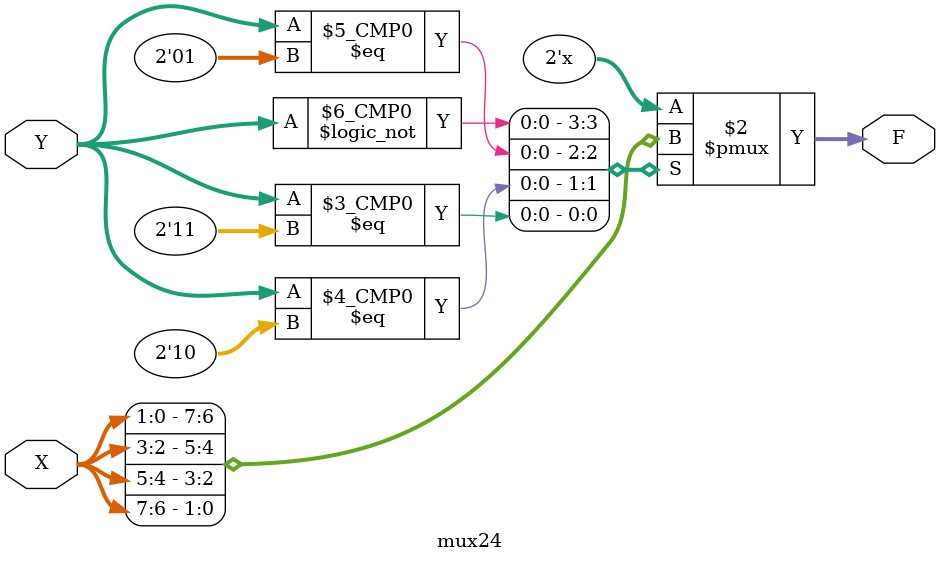
<source format=v>
module mux24(X, Y, F);
	input [7:0] X;
	input [1:0] Y;
	output reg [1:0]F;
	
	always @(*)
		case (Y)
			0: F=X[1:0];
			1: F=X[3:2];
			2: F=X[5:4];
			3: F=X[7:6];
			default: F = 2'b00;
		endcase
endmodule 
</source>
